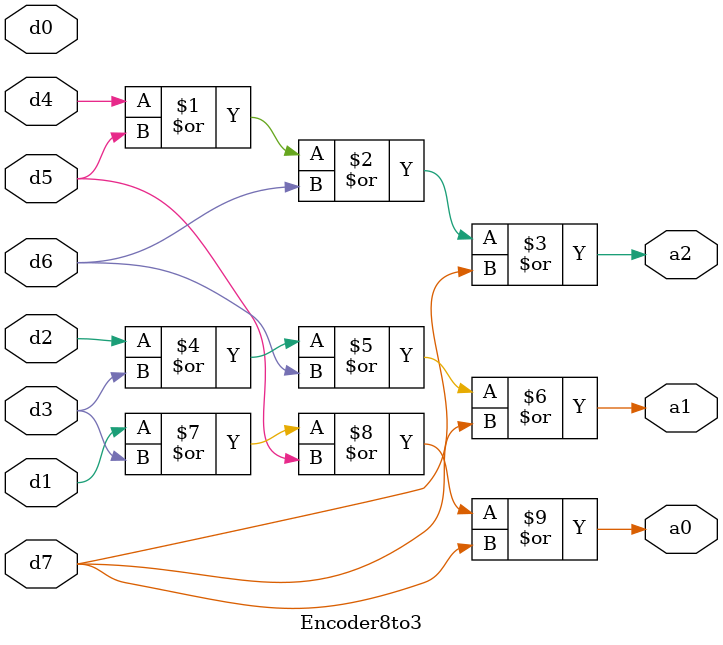
<source format=v>
module Encoder8to3 (a0,a1,a2,d0,d1,d2,d3,d4,d5,d6,d7);
    input  d0,d1,d2,d3,d4,d5,d6,d7;
    output a0,a1,a2;

    // Dataflow logic
    assign a2 = d4 | d5 | d6 | d7;
    assign a1 = d2 | d3 | d6 | d7;
    assign a0 = d1 | d3 | d5 | d7;

endmodule
</source>
